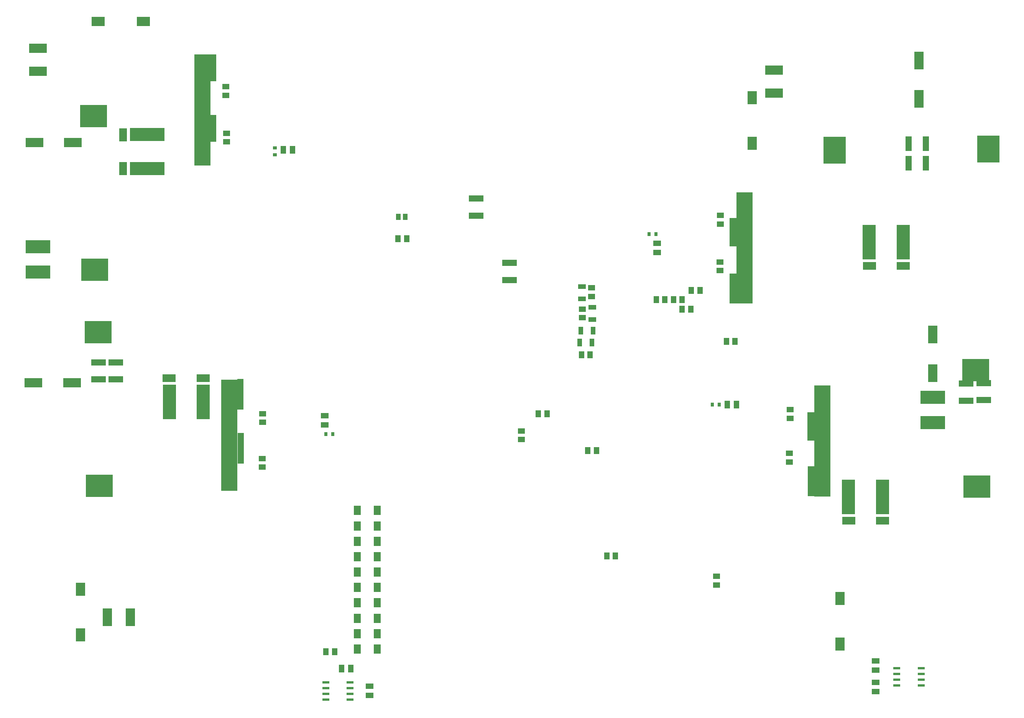
<source format=gbp>
G04 Layer_Color=128*
%FSLAX25Y25*%
%MOIN*%
G70*
G01*
G75*
%ADD10R,0.05118X0.05905*%
%ADD12R,0.05905X0.05118*%
%ADD14R,0.04331X0.05512*%
%ADD21R,0.06693X0.04331*%
%ADD23R,0.06299X0.07874*%
%ADD26R,0.12992X0.05512*%
%ADD27R,0.15748X0.07874*%
%ADD33R,0.06693X0.05118*%
%ADD34R,0.05118X0.06693*%
%ADD37R,0.04331X0.06693*%
%ADD44R,0.06102X0.02362*%
%ADD46R,0.07874X0.11811*%
%ADD47R,0.11811X0.07874*%
%ADD51R,0.07874X0.15748*%
%ADD53R,0.21654X0.11811*%
%ADD108R,0.02756X0.03543*%
%ADD109R,0.03543X0.02756*%
%ADD110R,0.19685X0.23622*%
%ADD111R,0.23622X0.19685*%
%ADD112R,0.11614X0.06614*%
%ADD113R,0.11614X0.30000*%
%ADD114R,0.14000X0.96500*%
%ADD115R,0.05800X0.26100*%
%ADD116R,0.05300X0.26600*%
%ADD117R,0.05500X0.23500*%
%ADD118R,0.06614X0.11614*%
%ADD119R,0.30000X0.11614*%
%ADD120R,0.06000X0.26000*%
%ADD121R,0.06000X0.25000*%
%ADD122R,0.05512X0.12992*%
D10*
X1847760Y2449000D02*
D03*
X1855240D02*
D03*
X1864260Y2357500D02*
D03*
X1871740D02*
D03*
X1620020Y2274000D02*
D03*
X1627500D02*
D03*
X1842260Y2532500D02*
D03*
X1849740D02*
D03*
X1907260Y2580500D02*
D03*
X1914740D02*
D03*
X1922260D02*
D03*
X1929740D02*
D03*
X1929760Y2572000D02*
D03*
X1937240D02*
D03*
X1937760Y2588500D02*
D03*
X1945240D02*
D03*
X1804760Y2481000D02*
D03*
X1812240D02*
D03*
X1968260Y2544000D02*
D03*
X1975740D02*
D03*
X1690240Y2633500D02*
D03*
X1682760D02*
D03*
D12*
X1843000Y2572240D02*
D03*
Y2564760D02*
D03*
X1851000Y2590740D02*
D03*
Y2583260D02*
D03*
X1959500Y2332260D02*
D03*
Y2339740D02*
D03*
X1790000Y2466240D02*
D03*
Y2458760D02*
D03*
X1565000Y2473760D02*
D03*
Y2481240D02*
D03*
X1564500Y2442240D02*
D03*
Y2434760D02*
D03*
X1533000Y2758260D02*
D03*
Y2765740D02*
D03*
X1533500Y2725240D02*
D03*
Y2717760D02*
D03*
X2023000Y2446740D02*
D03*
Y2439260D02*
D03*
X2023500Y2477260D02*
D03*
Y2484740D02*
D03*
X1962500Y2613240D02*
D03*
Y2605760D02*
D03*
X1963000Y2646260D02*
D03*
Y2653740D02*
D03*
D14*
X1683047Y2652500D02*
D03*
X1688953D02*
D03*
D21*
X1851500Y2573815D02*
D03*
Y2563185D02*
D03*
X1842500Y2591815D02*
D03*
Y2581185D02*
D03*
D23*
X1664661Y2276500D02*
D03*
X1647339D02*
D03*
X1664661Y2397000D02*
D03*
X1647339D02*
D03*
X1664661Y2383611D02*
D03*
X1647339D02*
D03*
X1664661Y2370222D02*
D03*
X1647339D02*
D03*
X1664661Y2356833D02*
D03*
X1647339D02*
D03*
X1664661Y2343444D02*
D03*
X1647339D02*
D03*
X1664661Y2330056D02*
D03*
X1647339D02*
D03*
X1664661Y2316667D02*
D03*
X1647339D02*
D03*
X1664661Y2303278D02*
D03*
X1647339D02*
D03*
X1664661Y2289889D02*
D03*
X1647339D02*
D03*
D26*
X1779500Y2612480D02*
D03*
Y2597520D02*
D03*
X1437400Y2525980D02*
D03*
Y2511020D02*
D03*
X1422400Y2525980D02*
D03*
Y2511020D02*
D03*
X2176500Y2507480D02*
D03*
Y2492520D02*
D03*
X2192000Y2507980D02*
D03*
Y2493020D02*
D03*
X1750500Y2653520D02*
D03*
Y2668480D02*
D03*
D27*
X1369500Y2799000D02*
D03*
Y2779000D02*
D03*
X1366500Y2717000D02*
D03*
X1400000D02*
D03*
X1399200Y2508000D02*
D03*
X1365700D02*
D03*
X2009500Y2760000D02*
D03*
Y2780000D02*
D03*
D33*
X1658000Y2236000D02*
D03*
Y2244000D02*
D03*
X1907878Y2621500D02*
D03*
Y2629500D02*
D03*
X1619000Y2479500D02*
D03*
Y2471500D02*
D03*
X2098000Y2266000D02*
D03*
Y2258000D02*
D03*
Y2239500D02*
D03*
Y2247500D02*
D03*
D34*
X1590912Y2710912D02*
D03*
X1582912D02*
D03*
X1633500Y2259500D02*
D03*
X1641500D02*
D03*
X1977000Y2489000D02*
D03*
X1969000D02*
D03*
D37*
X1841685Y2553500D02*
D03*
X1852315D02*
D03*
X1840685Y2543000D02*
D03*
X1851315D02*
D03*
D44*
X1641075Y2232543D02*
D03*
Y2237563D02*
D03*
Y2242583D02*
D03*
Y2247602D02*
D03*
X1619815D02*
D03*
Y2242583D02*
D03*
Y2237563D02*
D03*
Y2232543D02*
D03*
X2116425Y2259957D02*
D03*
Y2254937D02*
D03*
Y2249917D02*
D03*
Y2244898D02*
D03*
X2137685D02*
D03*
Y2249917D02*
D03*
Y2254937D02*
D03*
Y2259957D02*
D03*
D46*
X1406500Y2328402D02*
D03*
Y2288902D02*
D03*
X1990500Y2716598D02*
D03*
Y2756098D02*
D03*
X2067000Y2320402D02*
D03*
Y2280902D02*
D03*
D47*
X1461402Y2822500D02*
D03*
X1421902D02*
D03*
D51*
X2135500Y2755000D02*
D03*
Y2788500D02*
D03*
X2147500Y2550000D02*
D03*
Y2516500D02*
D03*
X1450000Y2304000D02*
D03*
X1430000D02*
D03*
D53*
X1369500Y2604500D02*
D03*
Y2626500D02*
D03*
X2147500Y2473500D02*
D03*
Y2495500D02*
D03*
D108*
X1900925Y2637500D02*
D03*
X1906831D02*
D03*
X1625953Y2463500D02*
D03*
X1620047D02*
D03*
X1956047Y2489000D02*
D03*
X1961953D02*
D03*
D109*
X1575500Y2706547D02*
D03*
Y2712453D02*
D03*
D110*
X2062402Y2710500D02*
D03*
X2195902Y2711500D02*
D03*
D111*
X1418000Y2740098D02*
D03*
X1419000Y2606598D02*
D03*
X1422000Y2552098D02*
D03*
X1423000Y2418598D02*
D03*
X2185992Y2417980D02*
D03*
X2185000Y2519244D02*
D03*
D112*
X1483702Y2512109D02*
D03*
X1513209D02*
D03*
X2104000Y2388000D02*
D03*
X2074492D02*
D03*
X2122008Y2609791D02*
D03*
X2092500D02*
D03*
D113*
X1483800Y2491400D02*
D03*
X1513308D02*
D03*
X2103902Y2408709D02*
D03*
X2074394D02*
D03*
X2121909Y2630500D02*
D03*
X2092402D02*
D03*
D114*
X1536000Y2462500D02*
D03*
X1512500Y2745500D02*
D03*
X2051500Y2457500D02*
D03*
X1984000Y2625500D02*
D03*
D115*
X1536000Y2469000D02*
D03*
D116*
X1545500Y2498000D02*
D03*
X1546000Y2451000D02*
D03*
D117*
X1522000Y2782000D02*
D03*
Y2729500D02*
D03*
D118*
X1443791Y2694402D02*
D03*
Y2723909D02*
D03*
D119*
X1464500Y2694500D02*
D03*
Y2724008D02*
D03*
D120*
X2042000Y2422500D02*
D03*
X1974000Y2590000D02*
D03*
D121*
X2041500Y2470000D02*
D03*
X1974000Y2639000D02*
D03*
D122*
X2126520Y2716000D02*
D03*
X2141480D02*
D03*
X2126520Y2699000D02*
D03*
X2141480D02*
D03*
M02*

</source>
